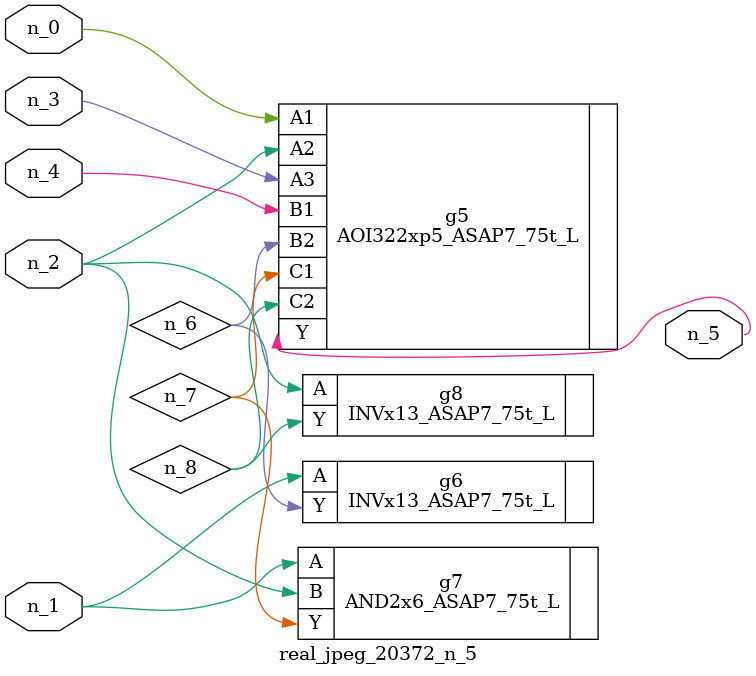
<source format=v>
module real_jpeg_20372_n_5 (n_4, n_0, n_1, n_2, n_3, n_5);

input n_4;
input n_0;
input n_1;
input n_2;
input n_3;

output n_5;

wire n_8;
wire n_6;
wire n_7;

AOI322xp5_ASAP7_75t_L g5 ( 
.A1(n_0),
.A2(n_2),
.A3(n_3),
.B1(n_4),
.B2(n_6),
.C1(n_7),
.C2(n_8),
.Y(n_5)
);

INVx13_ASAP7_75t_L g6 ( 
.A(n_1),
.Y(n_6)
);

AND2x6_ASAP7_75t_L g7 ( 
.A(n_1),
.B(n_2),
.Y(n_7)
);

INVx13_ASAP7_75t_L g8 ( 
.A(n_2),
.Y(n_8)
);


endmodule
</source>
